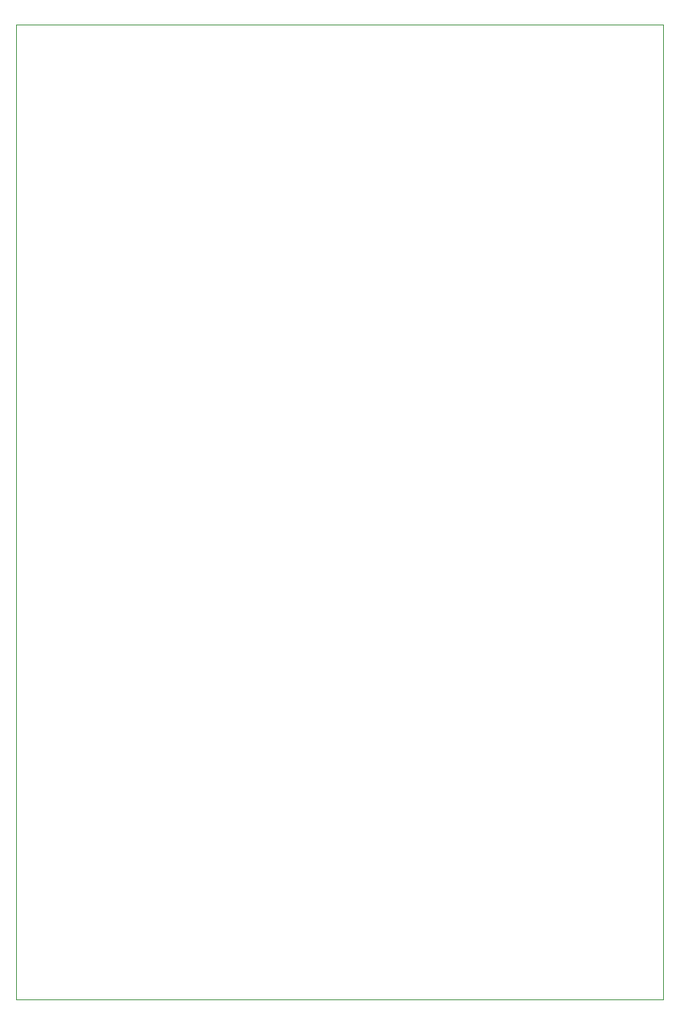
<source format=gbr>
G04 #@! TF.GenerationSoftware,KiCad,Pcbnew,5.1.4*
G04 #@! TF.CreationDate,2019-09-28T19:58:15+01:00*
G04 #@! TF.ProjectId,z802-4,7a383032-2d34-42e6-9b69-6361645f7063,rev?*
G04 #@! TF.SameCoordinates,Original*
G04 #@! TF.FileFunction,Profile,NP*
%FSLAX46Y46*%
G04 Gerber Fmt 4.6, Leading zero omitted, Abs format (unit mm)*
G04 Created by KiCad (PCBNEW 5.1.4) date 2019-09-28 19:58:15*
%MOMM*%
%LPD*%
G04 APERTURE LIST*
%ADD10C,0.050000*%
G04 APERTURE END LIST*
D10*
X71120000Y-167894000D02*
X142494000Y-167894000D01*
X71120000Y-167386000D02*
X71120000Y-167894000D01*
X71120000Y-60452000D02*
X71120000Y-167386000D01*
X142494000Y-60452000D02*
X71120000Y-60452000D01*
X142494000Y-167894000D02*
X142494000Y-60452000D01*
M02*

</source>
